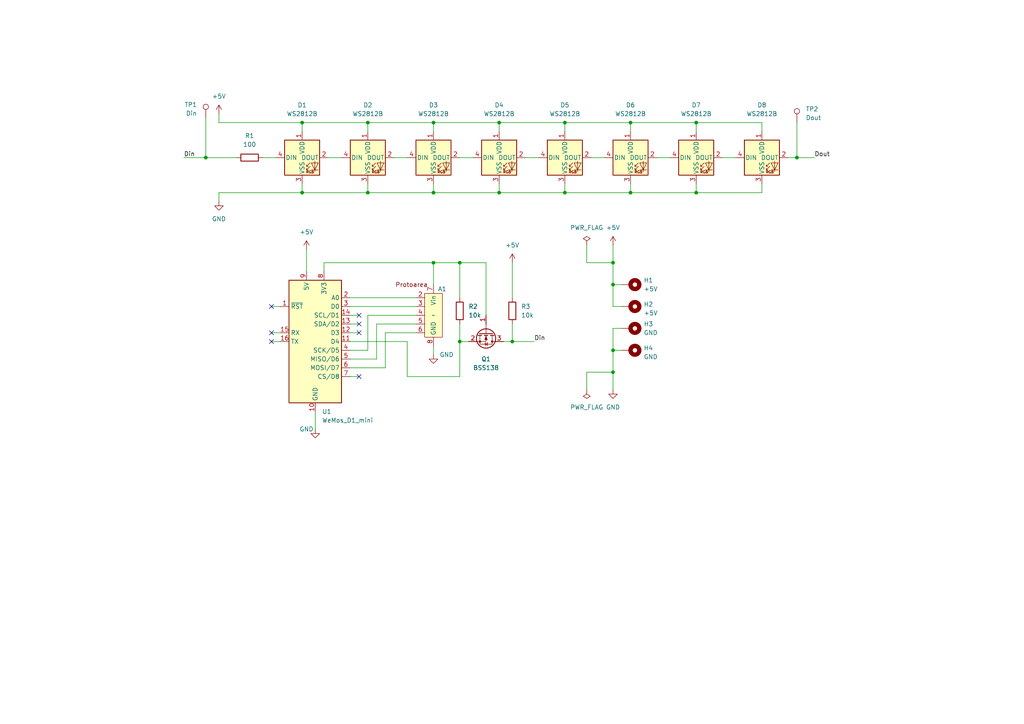
<source format=kicad_sch>
(kicad_sch (version 20230121) (generator eeschema)

  (uuid 4acc92b7-ae78-4f6f-8f1d-403b41b8ff51)

  (paper "A4")

  (lib_symbols
    (symbol "Connector:TestPoint" (pin_numbers hide) (pin_names (offset 0.762) hide) (in_bom yes) (on_board yes)
      (property "Reference" "TP" (at 0 6.858 0)
        (effects (font (size 1.27 1.27)))
      )
      (property "Value" "TestPoint" (at 0 5.08 0)
        (effects (font (size 1.27 1.27)))
      )
      (property "Footprint" "" (at 5.08 0 0)
        (effects (font (size 1.27 1.27)) hide)
      )
      (property "Datasheet" "~" (at 5.08 0 0)
        (effects (font (size 1.27 1.27)) hide)
      )
      (property "ki_keywords" "test point tp" (at 0 0 0)
        (effects (font (size 1.27 1.27)) hide)
      )
      (property "ki_description" "test point" (at 0 0 0)
        (effects (font (size 1.27 1.27)) hide)
      )
      (property "ki_fp_filters" "Pin* Test*" (at 0 0 0)
        (effects (font (size 1.27 1.27)) hide)
      )
      (symbol "TestPoint_0_1"
        (circle (center 0 3.302) (radius 0.762)
          (stroke (width 0) (type default))
          (fill (type none))
        )
      )
      (symbol "TestPoint_1_1"
        (pin passive line (at 0 0 90) (length 2.54)
          (name "1" (effects (font (size 1.27 1.27))))
          (number "1" (effects (font (size 1.27 1.27))))
        )
      )
    )
    (symbol "Device:R" (pin_numbers hide) (pin_names (offset 0)) (in_bom yes) (on_board yes)
      (property "Reference" "R" (at 2.032 0 90)
        (effects (font (size 1.27 1.27)))
      )
      (property "Value" "R" (at 0 0 90)
        (effects (font (size 1.27 1.27)))
      )
      (property "Footprint" "" (at -1.778 0 90)
        (effects (font (size 1.27 1.27)) hide)
      )
      (property "Datasheet" "~" (at 0 0 0)
        (effects (font (size 1.27 1.27)) hide)
      )
      (property "ki_keywords" "R res resistor" (at 0 0 0)
        (effects (font (size 1.27 1.27)) hide)
      )
      (property "ki_description" "Resistor" (at 0 0 0)
        (effects (font (size 1.27 1.27)) hide)
      )
      (property "ki_fp_filters" "R_*" (at 0 0 0)
        (effects (font (size 1.27 1.27)) hide)
      )
      (symbol "R_0_1"
        (rectangle (start -1.016 -2.54) (end 1.016 2.54)
          (stroke (width 0.254) (type default))
          (fill (type none))
        )
      )
      (symbol "R_1_1"
        (pin passive line (at 0 3.81 270) (length 1.27)
          (name "~" (effects (font (size 1.27 1.27))))
          (number "1" (effects (font (size 1.27 1.27))))
        )
        (pin passive line (at 0 -3.81 90) (length 1.27)
          (name "~" (effects (font (size 1.27 1.27))))
          (number "2" (effects (font (size 1.27 1.27))))
        )
      )
    )
    (symbol "LED:WS2812B" (pin_names (offset 0.254)) (in_bom yes) (on_board yes)
      (property "Reference" "D" (at 5.08 5.715 0)
        (effects (font (size 1.27 1.27)) (justify right bottom))
      )
      (property "Value" "WS2812B" (at 1.27 -5.715 0)
        (effects (font (size 1.27 1.27)) (justify left top))
      )
      (property "Footprint" "LED_SMD:LED_WS2812B_PLCC4_5.0x5.0mm_P3.2mm" (at 1.27 -7.62 0)
        (effects (font (size 1.27 1.27)) (justify left top) hide)
      )
      (property "Datasheet" "https://cdn-shop.adafruit.com/datasheets/WS2812B.pdf" (at 2.54 -9.525 0)
        (effects (font (size 1.27 1.27)) (justify left top) hide)
      )
      (property "ki_keywords" "RGB LED NeoPixel addressable" (at 0 0 0)
        (effects (font (size 1.27 1.27)) hide)
      )
      (property "ki_description" "RGB LED with integrated controller" (at 0 0 0)
        (effects (font (size 1.27 1.27)) hide)
      )
      (property "ki_fp_filters" "LED*WS2812*PLCC*5.0x5.0mm*P3.2mm*" (at 0 0 0)
        (effects (font (size 1.27 1.27)) hide)
      )
      (symbol "WS2812B_0_0"
        (text "RGB" (at 2.286 -4.191 0)
          (effects (font (size 0.762 0.762)))
        )
      )
      (symbol "WS2812B_0_1"
        (polyline
          (pts
            (xy 1.27 -3.556)
            (xy 1.778 -3.556)
          )
          (stroke (width 0) (type default))
          (fill (type none))
        )
        (polyline
          (pts
            (xy 1.27 -2.54)
            (xy 1.778 -2.54)
          )
          (stroke (width 0) (type default))
          (fill (type none))
        )
        (polyline
          (pts
            (xy 4.699 -3.556)
            (xy 2.667 -3.556)
          )
          (stroke (width 0) (type default))
          (fill (type none))
        )
        (polyline
          (pts
            (xy 2.286 -2.54)
            (xy 1.27 -3.556)
            (xy 1.27 -3.048)
          )
          (stroke (width 0) (type default))
          (fill (type none))
        )
        (polyline
          (pts
            (xy 2.286 -1.524)
            (xy 1.27 -2.54)
            (xy 1.27 -2.032)
          )
          (stroke (width 0) (type default))
          (fill (type none))
        )
        (polyline
          (pts
            (xy 3.683 -1.016)
            (xy 3.683 -3.556)
            (xy 3.683 -4.064)
          )
          (stroke (width 0) (type default))
          (fill (type none))
        )
        (polyline
          (pts
            (xy 4.699 -1.524)
            (xy 2.667 -1.524)
            (xy 3.683 -3.556)
            (xy 4.699 -1.524)
          )
          (stroke (width 0) (type default))
          (fill (type none))
        )
        (rectangle (start 5.08 5.08) (end -5.08 -5.08)
          (stroke (width 0.254) (type default))
          (fill (type background))
        )
      )
      (symbol "WS2812B_1_1"
        (pin power_in line (at 0 7.62 270) (length 2.54)
          (name "VDD" (effects (font (size 1.27 1.27))))
          (number "1" (effects (font (size 1.27 1.27))))
        )
        (pin output line (at 7.62 0 180) (length 2.54)
          (name "DOUT" (effects (font (size 1.27 1.27))))
          (number "2" (effects (font (size 1.27 1.27))))
        )
        (pin power_in line (at 0 -7.62 90) (length 2.54)
          (name "VSS" (effects (font (size 1.27 1.27))))
          (number "3" (effects (font (size 1.27 1.27))))
        )
        (pin input line (at -7.62 0 0) (length 2.54)
          (name "DIN" (effects (font (size 1.27 1.27))))
          (number "4" (effects (font (size 1.27 1.27))))
        )
      )
    )
    (symbol "MCU_Module:WeMos_D1_mini" (in_bom yes) (on_board yes)
      (property "Reference" "U" (at 3.81 19.05 0)
        (effects (font (size 1.27 1.27)) (justify left))
      )
      (property "Value" "WeMos_D1_mini" (at 1.27 -19.05 0)
        (effects (font (size 1.27 1.27)) (justify left))
      )
      (property "Footprint" "Module:WEMOS_D1_mini_light" (at 0 -29.21 0)
        (effects (font (size 1.27 1.27)) hide)
      )
      (property "Datasheet" "https://wiki.wemos.cc/products:d1:d1_mini#documentation" (at -46.99 -29.21 0)
        (effects (font (size 1.27 1.27)) hide)
      )
      (property "ki_keywords" "ESP8266 WiFi microcontroller ESP8266EX" (at 0 0 0)
        (effects (font (size 1.27 1.27)) hide)
      )
      (property "ki_description" "32-bit microcontroller module with WiFi" (at 0 0 0)
        (effects (font (size 1.27 1.27)) hide)
      )
      (property "ki_fp_filters" "WEMOS*D1*mini*" (at 0 0 0)
        (effects (font (size 1.27 1.27)) hide)
      )
      (symbol "WeMos_D1_mini_1_1"
        (rectangle (start -7.62 17.78) (end 7.62 -17.78)
          (stroke (width 0.254) (type default))
          (fill (type background))
        )
        (pin input line (at -10.16 10.16 0) (length 2.54)
          (name "~{RST}" (effects (font (size 1.27 1.27))))
          (number "1" (effects (font (size 1.27 1.27))))
        )
        (pin power_in line (at 0 -20.32 90) (length 2.54)
          (name "GND" (effects (font (size 1.27 1.27))))
          (number "10" (effects (font (size 1.27 1.27))))
        )
        (pin bidirectional line (at 10.16 0 180) (length 2.54)
          (name "D4" (effects (font (size 1.27 1.27))))
          (number "11" (effects (font (size 1.27 1.27))))
        )
        (pin bidirectional line (at 10.16 2.54 180) (length 2.54)
          (name "D3" (effects (font (size 1.27 1.27))))
          (number "12" (effects (font (size 1.27 1.27))))
        )
        (pin bidirectional line (at 10.16 5.08 180) (length 2.54)
          (name "SDA/D2" (effects (font (size 1.27 1.27))))
          (number "13" (effects (font (size 1.27 1.27))))
        )
        (pin bidirectional line (at 10.16 7.62 180) (length 2.54)
          (name "SCL/D1" (effects (font (size 1.27 1.27))))
          (number "14" (effects (font (size 1.27 1.27))))
        )
        (pin input line (at -10.16 2.54 0) (length 2.54)
          (name "RX" (effects (font (size 1.27 1.27))))
          (number "15" (effects (font (size 1.27 1.27))))
        )
        (pin output line (at -10.16 0 0) (length 2.54)
          (name "TX" (effects (font (size 1.27 1.27))))
          (number "16" (effects (font (size 1.27 1.27))))
        )
        (pin input line (at 10.16 12.7 180) (length 2.54)
          (name "A0" (effects (font (size 1.27 1.27))))
          (number "2" (effects (font (size 1.27 1.27))))
        )
        (pin bidirectional line (at 10.16 10.16 180) (length 2.54)
          (name "D0" (effects (font (size 1.27 1.27))))
          (number "3" (effects (font (size 1.27 1.27))))
        )
        (pin bidirectional line (at 10.16 -2.54 180) (length 2.54)
          (name "SCK/D5" (effects (font (size 1.27 1.27))))
          (number "4" (effects (font (size 1.27 1.27))))
        )
        (pin bidirectional line (at 10.16 -5.08 180) (length 2.54)
          (name "MISO/D6" (effects (font (size 1.27 1.27))))
          (number "5" (effects (font (size 1.27 1.27))))
        )
        (pin bidirectional line (at 10.16 -7.62 180) (length 2.54)
          (name "MOSI/D7" (effects (font (size 1.27 1.27))))
          (number "6" (effects (font (size 1.27 1.27))))
        )
        (pin bidirectional line (at 10.16 -10.16 180) (length 2.54)
          (name "CS/D8" (effects (font (size 1.27 1.27))))
          (number "7" (effects (font (size 1.27 1.27))))
        )
        (pin power_out line (at 2.54 20.32 270) (length 2.54)
          (name "3V3" (effects (font (size 1.27 1.27))))
          (number "8" (effects (font (size 1.27 1.27))))
        )
        (pin power_in line (at -2.54 20.32 270) (length 2.54)
          (name "5V" (effects (font (size 1.27 1.27))))
          (number "9" (effects (font (size 1.27 1.27))))
        )
      )
    )
    (symbol "Mechanical:MountingHole_Pad" (pin_numbers hide) (pin_names (offset 1.016) hide) (in_bom yes) (on_board yes)
      (property "Reference" "H" (at 0 6.35 0)
        (effects (font (size 1.27 1.27)))
      )
      (property "Value" "MountingHole_Pad" (at 0 4.445 0)
        (effects (font (size 1.27 1.27)))
      )
      (property "Footprint" "" (at 0 0 0)
        (effects (font (size 1.27 1.27)) hide)
      )
      (property "Datasheet" "~" (at 0 0 0)
        (effects (font (size 1.27 1.27)) hide)
      )
      (property "ki_keywords" "mounting hole" (at 0 0 0)
        (effects (font (size 1.27 1.27)) hide)
      )
      (property "ki_description" "Mounting Hole with connection" (at 0 0 0)
        (effects (font (size 1.27 1.27)) hide)
      )
      (property "ki_fp_filters" "MountingHole*Pad*" (at 0 0 0)
        (effects (font (size 1.27 1.27)) hide)
      )
      (symbol "MountingHole_Pad_0_1"
        (circle (center 0 1.27) (radius 1.27)
          (stroke (width 1.27) (type default))
          (fill (type none))
        )
      )
      (symbol "MountingHole_Pad_1_1"
        (pin input line (at 0 -2.54 90) (length 2.54)
          (name "1" (effects (font (size 1.27 1.27))))
          (number "1" (effects (font (size 1.27 1.27))))
        )
      )
    )
    (symbol "Protoarea:Protoarea" (in_bom yes) (on_board yes)
      (property "Reference" "A" (at 5.08 -2.54 0)
        (effects (font (size 1.27 1.27)))
      )
      (property "Value" "" (at 0 0 0)
        (effects (font (size 1.27 1.27)))
      )
      (property "Footprint" "" (at 0 0 0)
        (effects (font (size 1.27 1.27)) hide)
      )
      (property "Datasheet" "" (at 0 0 0)
        (effects (font (size 1.27 1.27)) hide)
      )
      (symbol "Protoarea_1_1"
        (rectangle (start -2.54 6.35) (end 2.54 -6.35)
          (stroke (width 0) (type default))
          (fill (type background))
        )
        (text "Protoarea" (at -6.35 8.89 0)
          (effects (font (size 1.27 1.27)))
        )
        (pin output line (at -5.08 5.08 0) (length 2.54)
          (name "" (effects (font (size 1.27 1.27))))
          (number "2" (effects (font (size 1.27 1.27))))
        )
        (pin input line (at -5.08 2.54 0) (length 2.54)
          (name "" (effects (font (size 1.27 1.27))))
          (number "3" (effects (font (size 1.27 1.27))))
        )
        (pin input line (at -5.08 0 0) (length 2.54)
          (name "" (effects (font (size 1.27 1.27))))
          (number "4" (effects (font (size 1.27 1.27))))
        )
        (pin input line (at -5.08 -2.54 0) (length 2.54)
          (name "" (effects (font (size 1.27 1.27))))
          (number "5" (effects (font (size 1.27 1.27))))
        )
        (pin input line (at -5.08 -5.08 0) (length 2.54)
          (name "" (effects (font (size 1.27 1.27))))
          (number "6" (effects (font (size 1.27 1.27))))
        )
        (pin power_in line (at 0 8.89 270) (length 2.54)
          (name "Vin" (effects (font (size 1.27 1.27))))
          (number "7" (effects (font (size 1.27 1.27))))
        )
        (pin power_in line (at 0 -8.89 90) (length 2.54)
          (name "GND" (effects (font (size 1.27 1.27))))
          (number "8" (effects (font (size 1.27 1.27))))
        )
      )
    )
    (symbol "Transistor_FET:BSS138" (pin_names hide) (in_bom yes) (on_board yes)
      (property "Reference" "Q" (at 5.08 1.905 0)
        (effects (font (size 1.27 1.27)) (justify left))
      )
      (property "Value" "BSS138" (at 5.08 0 0)
        (effects (font (size 1.27 1.27)) (justify left))
      )
      (property "Footprint" "Package_TO_SOT_SMD:SOT-23" (at 5.08 -1.905 0)
        (effects (font (size 1.27 1.27) italic) (justify left) hide)
      )
      (property "Datasheet" "https://www.onsemi.com/pub/Collateral/BSS138-D.PDF" (at 0 0 0)
        (effects (font (size 1.27 1.27)) (justify left) hide)
      )
      (property "ki_keywords" "N-Channel MOSFET" (at 0 0 0)
        (effects (font (size 1.27 1.27)) hide)
      )
      (property "ki_description" "50V Vds, 0.22A Id, N-Channel MOSFET, SOT-23" (at 0 0 0)
        (effects (font (size 1.27 1.27)) hide)
      )
      (property "ki_fp_filters" "SOT?23*" (at 0 0 0)
        (effects (font (size 1.27 1.27)) hide)
      )
      (symbol "BSS138_0_1"
        (polyline
          (pts
            (xy 0.254 0)
            (xy -2.54 0)
          )
          (stroke (width 0) (type default))
          (fill (type none))
        )
        (polyline
          (pts
            (xy 0.254 1.905)
            (xy 0.254 -1.905)
          )
          (stroke (width 0.254) (type default))
          (fill (type none))
        )
        (polyline
          (pts
            (xy 0.762 -1.27)
            (xy 0.762 -2.286)
          )
          (stroke (width 0.254) (type default))
          (fill (type none))
        )
        (polyline
          (pts
            (xy 0.762 0.508)
            (xy 0.762 -0.508)
          )
          (stroke (width 0.254) (type default))
          (fill (type none))
        )
        (polyline
          (pts
            (xy 0.762 2.286)
            (xy 0.762 1.27)
          )
          (stroke (width 0.254) (type default))
          (fill (type none))
        )
        (polyline
          (pts
            (xy 2.54 2.54)
            (xy 2.54 1.778)
          )
          (stroke (width 0) (type default))
          (fill (type none))
        )
        (polyline
          (pts
            (xy 2.54 -2.54)
            (xy 2.54 0)
            (xy 0.762 0)
          )
          (stroke (width 0) (type default))
          (fill (type none))
        )
        (polyline
          (pts
            (xy 0.762 -1.778)
            (xy 3.302 -1.778)
            (xy 3.302 1.778)
            (xy 0.762 1.778)
          )
          (stroke (width 0) (type default))
          (fill (type none))
        )
        (polyline
          (pts
            (xy 1.016 0)
            (xy 2.032 0.381)
            (xy 2.032 -0.381)
            (xy 1.016 0)
          )
          (stroke (width 0) (type default))
          (fill (type outline))
        )
        (polyline
          (pts
            (xy 2.794 0.508)
            (xy 2.921 0.381)
            (xy 3.683 0.381)
            (xy 3.81 0.254)
          )
          (stroke (width 0) (type default))
          (fill (type none))
        )
        (polyline
          (pts
            (xy 3.302 0.381)
            (xy 2.921 -0.254)
            (xy 3.683 -0.254)
            (xy 3.302 0.381)
          )
          (stroke (width 0) (type default))
          (fill (type none))
        )
        (circle (center 1.651 0) (radius 2.794)
          (stroke (width 0.254) (type default))
          (fill (type none))
        )
        (circle (center 2.54 -1.778) (radius 0.254)
          (stroke (width 0) (type default))
          (fill (type outline))
        )
        (circle (center 2.54 1.778) (radius 0.254)
          (stroke (width 0) (type default))
          (fill (type outline))
        )
      )
      (symbol "BSS138_1_1"
        (pin input line (at -5.08 0 0) (length 2.54)
          (name "G" (effects (font (size 1.27 1.27))))
          (number "1" (effects (font (size 1.27 1.27))))
        )
        (pin passive line (at 2.54 -5.08 90) (length 2.54)
          (name "S" (effects (font (size 1.27 1.27))))
          (number "2" (effects (font (size 1.27 1.27))))
        )
        (pin passive line (at 2.54 5.08 270) (length 2.54)
          (name "D" (effects (font (size 1.27 1.27))))
          (number "3" (effects (font (size 1.27 1.27))))
        )
      )
    )
    (symbol "power:+5V" (power) (pin_names (offset 0)) (in_bom yes) (on_board yes)
      (property "Reference" "#PWR" (at 0 -3.81 0)
        (effects (font (size 1.27 1.27)) hide)
      )
      (property "Value" "+5V" (at 0 3.556 0)
        (effects (font (size 1.27 1.27)))
      )
      (property "Footprint" "" (at 0 0 0)
        (effects (font (size 1.27 1.27)) hide)
      )
      (property "Datasheet" "" (at 0 0 0)
        (effects (font (size 1.27 1.27)) hide)
      )
      (property "ki_keywords" "global power" (at 0 0 0)
        (effects (font (size 1.27 1.27)) hide)
      )
      (property "ki_description" "Power symbol creates a global label with name \"+5V\"" (at 0 0 0)
        (effects (font (size 1.27 1.27)) hide)
      )
      (symbol "+5V_0_1"
        (polyline
          (pts
            (xy -0.762 1.27)
            (xy 0 2.54)
          )
          (stroke (width 0) (type default))
          (fill (type none))
        )
        (polyline
          (pts
            (xy 0 0)
            (xy 0 2.54)
          )
          (stroke (width 0) (type default))
          (fill (type none))
        )
        (polyline
          (pts
            (xy 0 2.54)
            (xy 0.762 1.27)
          )
          (stroke (width 0) (type default))
          (fill (type none))
        )
      )
      (symbol "+5V_1_1"
        (pin power_in line (at 0 0 90) (length 0) hide
          (name "+5V" (effects (font (size 1.27 1.27))))
          (number "1" (effects (font (size 1.27 1.27))))
        )
      )
    )
    (symbol "power:GND" (power) (pin_names (offset 0)) (in_bom yes) (on_board yes)
      (property "Reference" "#PWR" (at 0 -6.35 0)
        (effects (font (size 1.27 1.27)) hide)
      )
      (property "Value" "GND" (at 0 -3.81 0)
        (effects (font (size 1.27 1.27)))
      )
      (property "Footprint" "" (at 0 0 0)
        (effects (font (size 1.27 1.27)) hide)
      )
      (property "Datasheet" "" (at 0 0 0)
        (effects (font (size 1.27 1.27)) hide)
      )
      (property "ki_keywords" "global power" (at 0 0 0)
        (effects (font (size 1.27 1.27)) hide)
      )
      (property "ki_description" "Power symbol creates a global label with name \"GND\" , ground" (at 0 0 0)
        (effects (font (size 1.27 1.27)) hide)
      )
      (symbol "GND_0_1"
        (polyline
          (pts
            (xy 0 0)
            (xy 0 -1.27)
            (xy 1.27 -1.27)
            (xy 0 -2.54)
            (xy -1.27 -1.27)
            (xy 0 -1.27)
          )
          (stroke (width 0) (type default))
          (fill (type none))
        )
      )
      (symbol "GND_1_1"
        (pin power_in line (at 0 0 270) (length 0) hide
          (name "GND" (effects (font (size 1.27 1.27))))
          (number "1" (effects (font (size 1.27 1.27))))
        )
      )
    )
    (symbol "power:PWR_FLAG" (power) (pin_numbers hide) (pin_names (offset 0) hide) (in_bom yes) (on_board yes)
      (property "Reference" "#FLG" (at 0 1.905 0)
        (effects (font (size 1.27 1.27)) hide)
      )
      (property "Value" "PWR_FLAG" (at 0 3.81 0)
        (effects (font (size 1.27 1.27)))
      )
      (property "Footprint" "" (at 0 0 0)
        (effects (font (size 1.27 1.27)) hide)
      )
      (property "Datasheet" "~" (at 0 0 0)
        (effects (font (size 1.27 1.27)) hide)
      )
      (property "ki_keywords" "flag power" (at 0 0 0)
        (effects (font (size 1.27 1.27)) hide)
      )
      (property "ki_description" "Special symbol for telling ERC where power comes from" (at 0 0 0)
        (effects (font (size 1.27 1.27)) hide)
      )
      (symbol "PWR_FLAG_0_0"
        (pin power_out line (at 0 0 90) (length 0)
          (name "pwr" (effects (font (size 1.27 1.27))))
          (number "1" (effects (font (size 1.27 1.27))))
        )
      )
      (symbol "PWR_FLAG_0_1"
        (polyline
          (pts
            (xy 0 0)
            (xy 0 1.27)
            (xy -1.016 1.905)
            (xy 0 2.54)
            (xy 1.016 1.905)
            (xy 0 1.27)
          )
          (stroke (width 0) (type default))
          (fill (type none))
        )
      )
    )
  )

  (junction (at 201.93 55.88) (diameter 0) (color 0 0 0 0)
    (uuid 0c239121-d42d-4b99-88a6-c3e531fe0955)
  )
  (junction (at 177.8 107.95) (diameter 0) (color 0 0 0 0)
    (uuid 0f497200-dc19-428b-bacd-b455076a7708)
  )
  (junction (at 201.93 35.56) (diameter 0) (color 0 0 0 0)
    (uuid 23efd7b5-151a-4d21-8659-0bd6819d4c56)
  )
  (junction (at 163.83 55.88) (diameter 0) (color 0 0 0 0)
    (uuid 289a82c7-9ef0-4892-ba6b-d968d0d07c54)
  )
  (junction (at 144.78 35.56) (diameter 0) (color 0 0 0 0)
    (uuid 30029605-7e05-4619-a792-c33410095aec)
  )
  (junction (at 177.8 82.55) (diameter 0) (color 0 0 0 0)
    (uuid 322fcc5e-6d95-41ec-8318-08f644f4c752)
  )
  (junction (at 177.8 101.6) (diameter 0) (color 0 0 0 0)
    (uuid 33361cc4-8609-4db8-9cba-67f9f39e1474)
  )
  (junction (at 87.63 35.56) (diameter 0) (color 0 0 0 0)
    (uuid 4770dd13-60b6-4121-9aab-10dbfcfba706)
  )
  (junction (at 125.73 55.88) (diameter 0) (color 0 0 0 0)
    (uuid 5b6d4ca3-50c4-48c1-a208-329dfff9c3a4)
  )
  (junction (at 182.88 55.88) (diameter 0) (color 0 0 0 0)
    (uuid 641ebc26-6b00-4fce-a366-a402571229a1)
  )
  (junction (at 106.68 55.88) (diameter 0) (color 0 0 0 0)
    (uuid 8477ca20-b77f-46fa-be9c-8db98be87379)
  )
  (junction (at 144.78 55.88) (diameter 0) (color 0 0 0 0)
    (uuid 85b8ae6f-1041-4559-9217-ad8bf96cec3a)
  )
  (junction (at 87.63 55.88) (diameter 0) (color 0 0 0 0)
    (uuid 93fe26a1-31f6-49f5-8461-5cb15f15b137)
  )
  (junction (at 148.59 99.06) (diameter 0) (color 0 0 0 0)
    (uuid b350909b-2c0d-4bf4-a7d9-275ac9a9dc05)
  )
  (junction (at 133.35 99.06) (diameter 0) (color 0 0 0 0)
    (uuid bbecba21-e317-4afe-91c5-a1e8518bbce8)
  )
  (junction (at 177.8 76.2) (diameter 0) (color 0 0 0 0)
    (uuid c651a1d0-5c41-4f9f-b818-2aa36e5e0e48)
  )
  (junction (at 163.83 35.56) (diameter 0) (color 0 0 0 0)
    (uuid cb1dcfd3-fcd2-4ac0-85f2-1a366bce6108)
  )
  (junction (at 231.14 45.72) (diameter 0) (color 0 0 0 0)
    (uuid d66a17ca-d88c-41cc-a958-891541cbf5b7)
  )
  (junction (at 133.35 76.2) (diameter 0) (color 0 0 0 0)
    (uuid e2f74823-07a0-4d59-b622-9bf2e3e5650e)
  )
  (junction (at 125.73 76.2) (diameter 0) (color 0 0 0 0)
    (uuid e63587ee-fde5-4ca1-aa71-7ca9c2b5bc72)
  )
  (junction (at 106.68 35.56) (diameter 0) (color 0 0 0 0)
    (uuid ee315d76-898e-4936-9361-baf554a20d44)
  )
  (junction (at 182.88 35.56) (diameter 0) (color 0 0 0 0)
    (uuid eff5261c-4781-438a-abbe-7b7da2857ad2)
  )
  (junction (at 59.69 45.72) (diameter 0) (color 0 0 0 0)
    (uuid f8a2e5a8-da17-456b-9b19-2699db64bdae)
  )
  (junction (at 125.73 35.56) (diameter 0) (color 0 0 0 0)
    (uuid ff268e9f-5f5a-4365-a69c-76f4626ada92)
  )

  (no_connect (at 104.14 96.52) (uuid 07dc2ae2-ed66-4de5-aa8e-cb786f76ca5e))
  (no_connect (at 78.74 96.52) (uuid 2523e361-a525-423c-a933-264080042413))
  (no_connect (at 104.14 91.44) (uuid 2cbdcff9-342b-42bf-9091-58290c060f16))
  (no_connect (at 104.14 109.22) (uuid 51501653-d49c-4520-8737-50e5c3503a35))
  (no_connect (at 78.74 88.9) (uuid 59f51e5b-d1b7-418a-bbbe-2dd5ff1c2494))
  (no_connect (at 78.74 99.06) (uuid e3f6e519-f773-4bff-ad99-1eea0d5e9020))
  (no_connect (at 104.14 93.98) (uuid fa2b3b45-1656-4136-8751-5d2bff770772))

  (wire (pts (xy 101.6 96.52) (xy 104.14 96.52))
    (stroke (width 0) (type default))
    (uuid 046675f9-7c31-47cc-898f-1c8e98facfa6)
  )
  (wire (pts (xy 146.05 99.06) (xy 148.59 99.06))
    (stroke (width 0) (type default))
    (uuid 07f9b311-df87-4411-bb2e-9e4e41e996d8)
  )
  (wire (pts (xy 106.68 35.56) (xy 106.68 38.1))
    (stroke (width 0) (type default))
    (uuid 0a0eccb7-875c-46c0-95c0-5fc31c371110)
  )
  (wire (pts (xy 177.8 71.12) (xy 177.8 76.2))
    (stroke (width 0) (type default))
    (uuid 0a95e842-b441-4d8e-8b6d-2f23c6a34e95)
  )
  (wire (pts (xy 170.18 107.95) (xy 177.8 107.95))
    (stroke (width 0) (type default))
    (uuid 0d3e87c0-8ff4-48ca-9fe3-dd25d3c92c45)
  )
  (wire (pts (xy 182.88 35.56) (xy 201.93 35.56))
    (stroke (width 0) (type default))
    (uuid 0e8f6722-a01e-4f24-bc31-ebea142e881b)
  )
  (wire (pts (xy 220.98 35.56) (xy 220.98 38.1))
    (stroke (width 0) (type default))
    (uuid 105a44a6-8fb8-469c-b042-f4446929b6a6)
  )
  (wire (pts (xy 118.11 109.22) (xy 133.35 109.22))
    (stroke (width 0) (type default))
    (uuid 1de3f51f-db46-4a08-993c-099ec9b3c146)
  )
  (wire (pts (xy 87.63 53.34) (xy 87.63 55.88))
    (stroke (width 0) (type default))
    (uuid 1e474e47-7ae2-4e3d-888c-0bbd996cfa6d)
  )
  (wire (pts (xy 177.8 76.2) (xy 177.8 82.55))
    (stroke (width 0) (type default))
    (uuid 216602f6-6f57-42ac-8795-18270d99f53c)
  )
  (wire (pts (xy 177.8 82.55) (xy 180.34 82.55))
    (stroke (width 0) (type default))
    (uuid 26851aa7-df75-4621-8cf3-7d651f8f1c5b)
  )
  (wire (pts (xy 93.98 78.74) (xy 93.98 76.2))
    (stroke (width 0) (type default))
    (uuid 27fe0dc8-3b39-44d0-983f-7abd1ea04621)
  )
  (wire (pts (xy 88.9 72.39) (xy 88.9 78.74))
    (stroke (width 0) (type default))
    (uuid 284daea3-2e25-4f35-bd73-c81fd9c714a4)
  )
  (wire (pts (xy 63.5 55.88) (xy 87.63 55.88))
    (stroke (width 0) (type default))
    (uuid 2985c9b4-80cf-4c17-8141-2c77e4666637)
  )
  (wire (pts (xy 177.8 82.55) (xy 177.8 88.9))
    (stroke (width 0) (type default))
    (uuid 2b6049ea-647b-48af-bf19-4d395b1f3b4d)
  )
  (wire (pts (xy 182.88 35.56) (xy 182.88 38.1))
    (stroke (width 0) (type default))
    (uuid 2bd70011-d306-4c13-89f9-446348bd3e4b)
  )
  (wire (pts (xy 163.83 55.88) (xy 144.78 55.88))
    (stroke (width 0) (type default))
    (uuid 2f7f4310-a212-485e-a88e-2bcfbcbbe25f)
  )
  (wire (pts (xy 140.97 76.2) (xy 140.97 91.44))
    (stroke (width 0) (type default))
    (uuid 2fe5a801-3c26-47df-9018-14e0fcb78123)
  )
  (wire (pts (xy 190.5 45.72) (xy 194.31 45.72))
    (stroke (width 0) (type default))
    (uuid 30f494dd-0703-48d1-9465-b861af26220c)
  )
  (wire (pts (xy 78.74 99.06) (xy 81.28 99.06))
    (stroke (width 0) (type default))
    (uuid 31c44fb7-f0c7-4cfb-b4e3-83f2cf769730)
  )
  (wire (pts (xy 111.76 106.68) (xy 111.76 96.52))
    (stroke (width 0) (type default))
    (uuid 31dfe25c-4c99-439a-a1fa-4c9f224b3891)
  )
  (wire (pts (xy 231.14 35.56) (xy 231.14 45.72))
    (stroke (width 0) (type default))
    (uuid 3547c6c7-a7da-4d47-b18c-a061a6fd4867)
  )
  (wire (pts (xy 53.34 45.72) (xy 59.69 45.72))
    (stroke (width 0) (type default))
    (uuid 35d4ef5b-230d-4577-a2dc-869aceedb6f3)
  )
  (wire (pts (xy 163.83 53.34) (xy 163.83 55.88))
    (stroke (width 0) (type default))
    (uuid 37df230a-9309-436a-82b5-2b6a6ee1f3cd)
  )
  (wire (pts (xy 109.22 104.14) (xy 109.22 93.98))
    (stroke (width 0) (type default))
    (uuid 3afc114f-8655-4d93-a550-6a5a697f2b7b)
  )
  (wire (pts (xy 106.68 91.44) (xy 106.68 101.6))
    (stroke (width 0) (type default))
    (uuid 3bb99c69-3922-435f-bbad-de23530ad408)
  )
  (wire (pts (xy 220.98 55.88) (xy 201.93 55.88))
    (stroke (width 0) (type default))
    (uuid 3e058970-57eb-4d59-91b4-a38ae070970b)
  )
  (wire (pts (xy 111.76 96.52) (xy 120.65 96.52))
    (stroke (width 0) (type default))
    (uuid 421ba580-f157-4557-9f89-291755f6e7a1)
  )
  (wire (pts (xy 109.22 93.98) (xy 120.65 93.98))
    (stroke (width 0) (type default))
    (uuid 42d77c84-80d9-421a-b208-fdea184390cb)
  )
  (wire (pts (xy 125.73 53.34) (xy 125.73 55.88))
    (stroke (width 0) (type default))
    (uuid 4677d7ff-687e-4074-8238-06548f4567e2)
  )
  (wire (pts (xy 125.73 35.56) (xy 144.78 35.56))
    (stroke (width 0) (type default))
    (uuid 48c1e999-f25d-4d66-8e7e-7a1f9583369a)
  )
  (wire (pts (xy 177.8 95.25) (xy 180.34 95.25))
    (stroke (width 0) (type default))
    (uuid 51ea725b-29a6-431f-852d-5e819b655767)
  )
  (wire (pts (xy 231.14 45.72) (xy 236.22 45.72))
    (stroke (width 0) (type default))
    (uuid 53c052fe-4b8c-4375-bc09-ce3e24f644b2)
  )
  (wire (pts (xy 133.35 76.2) (xy 140.97 76.2))
    (stroke (width 0) (type default))
    (uuid 5782d184-c904-41a2-9533-68fd64c81bca)
  )
  (wire (pts (xy 101.6 88.9) (xy 120.65 88.9))
    (stroke (width 0) (type default))
    (uuid 5b819ae7-3258-4328-a7b0-32eaa171f27e)
  )
  (wire (pts (xy 152.4 45.72) (xy 156.21 45.72))
    (stroke (width 0) (type default))
    (uuid 60731e24-7d0e-4db6-ab47-9162a78de3ed)
  )
  (wire (pts (xy 144.78 35.56) (xy 163.83 35.56))
    (stroke (width 0) (type default))
    (uuid 6559e8d4-0c82-4d4e-a2e2-1b9eb562de62)
  )
  (wire (pts (xy 209.55 45.72) (xy 213.36 45.72))
    (stroke (width 0) (type default))
    (uuid 6754e43e-111d-4ef7-b6d5-17374990894a)
  )
  (wire (pts (xy 87.63 38.1) (xy 87.63 35.56))
    (stroke (width 0) (type default))
    (uuid 6882e725-7d8a-4188-90cf-2f1b73cf01dd)
  )
  (wire (pts (xy 114.3 45.72) (xy 118.11 45.72))
    (stroke (width 0) (type default))
    (uuid 68e7be55-c0bf-42f3-863a-3df470853b15)
  )
  (wire (pts (xy 170.18 71.12) (xy 170.18 76.2))
    (stroke (width 0) (type default))
    (uuid 703391c4-2f12-467f-a5c0-34caf8c5bb6a)
  )
  (wire (pts (xy 106.68 53.34) (xy 106.68 55.88))
    (stroke (width 0) (type default))
    (uuid 728aef9f-4c91-4b6c-839e-ccc3b72f96aa)
  )
  (wire (pts (xy 170.18 113.03) (xy 170.18 107.95))
    (stroke (width 0) (type default))
    (uuid 763d257c-904a-44af-b322-9fd21d0a5325)
  )
  (wire (pts (xy 101.6 101.6) (xy 106.68 101.6))
    (stroke (width 0) (type default))
    (uuid 777ac513-c6b5-4b64-ab8d-9af13b6e0646)
  )
  (wire (pts (xy 101.6 86.36) (xy 120.65 86.36))
    (stroke (width 0) (type default))
    (uuid 7b20df62-0c60-4969-93ab-f551c0de4a79)
  )
  (wire (pts (xy 177.8 88.9) (xy 180.34 88.9))
    (stroke (width 0) (type default))
    (uuid 7d4c569c-5ece-408b-8823-10cd0598b584)
  )
  (wire (pts (xy 125.73 100.33) (xy 125.73 102.87))
    (stroke (width 0) (type default))
    (uuid 7d5577d2-0e5b-4237-9b5b-39573093cf3e)
  )
  (wire (pts (xy 106.68 35.56) (xy 125.73 35.56))
    (stroke (width 0) (type default))
    (uuid 80667cd0-3827-4faa-b6c5-89ae34d76659)
  )
  (wire (pts (xy 201.93 55.88) (xy 182.88 55.88))
    (stroke (width 0) (type default))
    (uuid 8ad0dabe-3107-42fa-b233-7c2b5ed50e2d)
  )
  (wire (pts (xy 63.5 58.42) (xy 63.5 55.88))
    (stroke (width 0) (type default))
    (uuid 8b5cb379-9511-4d4b-a051-f92856ebb80b)
  )
  (wire (pts (xy 106.68 55.88) (xy 87.63 55.88))
    (stroke (width 0) (type default))
    (uuid 8e77476e-4e9a-44a5-92c1-44509950347d)
  )
  (wire (pts (xy 163.83 35.56) (xy 182.88 35.56))
    (stroke (width 0) (type default))
    (uuid 9075c8f7-f33c-41b2-95cd-c1e31fa25d60)
  )
  (wire (pts (xy 171.45 45.72) (xy 175.26 45.72))
    (stroke (width 0) (type default))
    (uuid 9193c3be-f724-4358-986d-b525600061cb)
  )
  (wire (pts (xy 101.6 104.14) (xy 109.22 104.14))
    (stroke (width 0) (type default))
    (uuid 91dc99da-d36b-4be9-9223-ee7ec66480a5)
  )
  (wire (pts (xy 148.59 99.06) (xy 154.94 99.06))
    (stroke (width 0) (type default))
    (uuid 92602e85-33bb-4e9a-acca-38211c365b16)
  )
  (wire (pts (xy 93.98 76.2) (xy 125.73 76.2))
    (stroke (width 0) (type default))
    (uuid 950d3bcd-e33d-4c60-9a25-d54e79e80815)
  )
  (wire (pts (xy 118.11 99.06) (xy 118.11 109.22))
    (stroke (width 0) (type default))
    (uuid 9630292e-c5c4-44e2-bf73-3c5a55ad1258)
  )
  (wire (pts (xy 177.8 107.95) (xy 177.8 101.6))
    (stroke (width 0) (type default))
    (uuid 9a1b5323-dbb3-46f4-bcc9-ec4d6ae9bf7e)
  )
  (wire (pts (xy 170.18 76.2) (xy 177.8 76.2))
    (stroke (width 0) (type default))
    (uuid 9b45679c-1758-4107-a8fc-539ddc212e7f)
  )
  (wire (pts (xy 101.6 106.68) (xy 111.76 106.68))
    (stroke (width 0) (type default))
    (uuid 9f3dc013-d6ba-42d8-a57e-cd6be3652db8)
  )
  (wire (pts (xy 125.73 55.88) (xy 106.68 55.88))
    (stroke (width 0) (type default))
    (uuid 9fc1f7cb-fec8-45b8-ba1f-a3f0d351e4d4)
  )
  (wire (pts (xy 133.35 109.22) (xy 133.35 99.06))
    (stroke (width 0) (type default))
    (uuid a2d8e864-f3d7-46ac-a3a9-bf58015e8557)
  )
  (wire (pts (xy 133.35 76.2) (xy 133.35 86.36))
    (stroke (width 0) (type default))
    (uuid a341383e-7fff-43ee-b180-f2fa76acb31b)
  )
  (wire (pts (xy 144.78 35.56) (xy 144.78 38.1))
    (stroke (width 0) (type default))
    (uuid aaf20a47-3425-4c3c-a807-388d402fc2df)
  )
  (wire (pts (xy 148.59 76.2) (xy 148.59 86.36))
    (stroke (width 0) (type default))
    (uuid ace6e5fd-3291-495a-9281-def111e27ab0)
  )
  (wire (pts (xy 125.73 76.2) (xy 133.35 76.2))
    (stroke (width 0) (type default))
    (uuid ae025a47-402a-4e0b-85ff-b6ebd4f503f6)
  )
  (wire (pts (xy 228.6 45.72) (xy 231.14 45.72))
    (stroke (width 0) (type default))
    (uuid b0ec03dd-2466-4af0-bb08-11ba16b4dba9)
  )
  (wire (pts (xy 101.6 99.06) (xy 118.11 99.06))
    (stroke (width 0) (type default))
    (uuid b26c6e2f-a19a-4e75-b189-44d0beb42203)
  )
  (wire (pts (xy 59.69 45.72) (xy 68.58 45.72))
    (stroke (width 0) (type default))
    (uuid b4afd871-17f6-4983-9ffe-c42b4d058811)
  )
  (wire (pts (xy 201.93 35.56) (xy 201.93 38.1))
    (stroke (width 0) (type default))
    (uuid bb59bd07-2774-448e-a3eb-37a61cde3e1a)
  )
  (wire (pts (xy 182.88 55.88) (xy 163.83 55.88))
    (stroke (width 0) (type default))
    (uuid bde0170b-d421-4146-bfc2-7cc9ede8f6a3)
  )
  (wire (pts (xy 201.93 35.56) (xy 220.98 35.56))
    (stroke (width 0) (type default))
    (uuid bec8ccd1-d593-4c42-8cec-ff31a24dc7be)
  )
  (wire (pts (xy 182.88 53.34) (xy 182.88 55.88))
    (stroke (width 0) (type default))
    (uuid c19d9085-bbc8-4c91-9c15-1756d5edb812)
  )
  (wire (pts (xy 78.74 88.9) (xy 81.28 88.9))
    (stroke (width 0) (type default))
    (uuid c30e9daa-dbad-4ba2-9291-8c8a7af86295)
  )
  (wire (pts (xy 133.35 93.98) (xy 133.35 99.06))
    (stroke (width 0) (type default))
    (uuid c48f4593-ba0c-455d-9509-a38a6d93ecba)
  )
  (wire (pts (xy 177.8 101.6) (xy 180.34 101.6))
    (stroke (width 0) (type default))
    (uuid c51d6908-61c1-4533-807c-88ab2f6198ed)
  )
  (wire (pts (xy 106.68 91.44) (xy 120.65 91.44))
    (stroke (width 0) (type default))
    (uuid c5a6a038-ef0b-4abe-9f12-0fb46ef71948)
  )
  (wire (pts (xy 78.74 96.52) (xy 81.28 96.52))
    (stroke (width 0) (type default))
    (uuid ca12939a-d594-440f-a4c0-2dba23bc4256)
  )
  (wire (pts (xy 59.69 34.29) (xy 59.69 45.72))
    (stroke (width 0) (type default))
    (uuid cdba885d-3a6d-4ab7-ace7-f53645ea0bef)
  )
  (wire (pts (xy 87.63 35.56) (xy 106.68 35.56))
    (stroke (width 0) (type default))
    (uuid ce5ec6f4-2c6f-4e60-9c28-a3d6e78969c5)
  )
  (wire (pts (xy 148.59 93.98) (xy 148.59 99.06))
    (stroke (width 0) (type default))
    (uuid cef6fe8a-a28f-4db1-950e-d7dd00f4d522)
  )
  (wire (pts (xy 101.6 109.22) (xy 104.14 109.22))
    (stroke (width 0) (type default))
    (uuid cf494bd5-d8aa-47b7-8416-5ceefcc32633)
  )
  (wire (pts (xy 63.5 33.02) (xy 63.5 35.56))
    (stroke (width 0) (type default))
    (uuid d4227392-9726-47af-bf97-fd637a420987)
  )
  (wire (pts (xy 177.8 101.6) (xy 177.8 95.25))
    (stroke (width 0) (type default))
    (uuid d61cd39e-5313-4300-a639-5934a56ea5e1)
  )
  (wire (pts (xy 95.25 45.72) (xy 99.06 45.72))
    (stroke (width 0) (type default))
    (uuid d85c9653-d4cc-4e42-a9cf-fe6cebb6efb2)
  )
  (wire (pts (xy 177.8 107.95) (xy 177.8 113.03))
    (stroke (width 0) (type default))
    (uuid d8cb3e7d-f50b-4180-ae38-062866a85151)
  )
  (wire (pts (xy 63.5 35.56) (xy 87.63 35.56))
    (stroke (width 0) (type default))
    (uuid d9497434-005f-4ce6-8c02-02b4492ba91f)
  )
  (wire (pts (xy 133.35 99.06) (xy 135.89 99.06))
    (stroke (width 0) (type default))
    (uuid dd9f2165-db82-47d6-b92d-9f4d9a61f1a1)
  )
  (wire (pts (xy 201.93 53.34) (xy 201.93 55.88))
    (stroke (width 0) (type default))
    (uuid defffddd-f0c2-49ef-8e0d-54fe957cfa61)
  )
  (wire (pts (xy 101.6 91.44) (xy 104.14 91.44))
    (stroke (width 0) (type default))
    (uuid df2cc646-2b33-4d24-8c19-c8eb6ff8849d)
  )
  (wire (pts (xy 91.44 119.38) (xy 91.44 124.46))
    (stroke (width 0) (type default))
    (uuid e07c45fb-0f9c-434e-983b-c899b56d81de)
  )
  (wire (pts (xy 144.78 55.88) (xy 125.73 55.88))
    (stroke (width 0) (type default))
    (uuid e0a25643-f10c-48f2-883b-5c79c1ed6fd7)
  )
  (wire (pts (xy 163.83 35.56) (xy 163.83 38.1))
    (stroke (width 0) (type default))
    (uuid e4383431-451f-4f79-93d0-00dcfcf7b9a1)
  )
  (wire (pts (xy 133.35 45.72) (xy 137.16 45.72))
    (stroke (width 0) (type default))
    (uuid eddf5db6-2537-4fc1-9922-54739109d794)
  )
  (wire (pts (xy 101.6 93.98) (xy 104.14 93.98))
    (stroke (width 0) (type default))
    (uuid f0cd48bb-4a29-4115-8f1f-a312fe359cae)
  )
  (wire (pts (xy 144.78 53.34) (xy 144.78 55.88))
    (stroke (width 0) (type default))
    (uuid f259beaa-5bf6-4514-8d33-46baab92ab5a)
  )
  (wire (pts (xy 220.98 53.34) (xy 220.98 55.88))
    (stroke (width 0) (type default))
    (uuid f9076eb3-8929-488a-91fa-a28efc1d8766)
  )
  (wire (pts (xy 125.73 76.2) (xy 125.73 82.55))
    (stroke (width 0) (type default))
    (uuid fd031e9b-5bf4-4ea1-a46e-b8b72a6a32fc)
  )
  (wire (pts (xy 76.2 45.72) (xy 80.01 45.72))
    (stroke (width 0) (type default))
    (uuid fde38e1b-0c2c-4873-8bab-03b76ba332e2)
  )
  (wire (pts (xy 125.73 35.56) (xy 125.73 38.1))
    (stroke (width 0) (type default))
    (uuid ff95aa40-6470-40d1-8bd5-09a6e150383e)
  )

  (label "Din" (at 53.34 45.72 0) (fields_autoplaced)
    (effects (font (size 1.27 1.27)) (justify left bottom))
    (uuid 160719a2-cbf2-4775-8e23-eb5f5e499584)
  )
  (label "Din" (at 154.94 99.06 0) (fields_autoplaced)
    (effects (font (size 1.27 1.27)) (justify left bottom))
    (uuid 2d1d607a-f274-45eb-97b1-8cb91e3b1ca7)
  )
  (label "Dout" (at 236.22 45.72 0) (fields_autoplaced)
    (effects (font (size 1.27 1.27)) (justify left bottom))
    (uuid 8fe46541-4d05-4a15-b38f-6af270140b05)
  )

  (symbol (lib_id "Device:R") (at 133.35 90.17 0) (unit 1)
    (in_bom yes) (on_board yes) (dnp no) (fields_autoplaced)
    (uuid 01d70d43-80a4-4629-aa43-742717529d5e)
    (property "Reference" "R2" (at 135.89 88.9 0)
      (effects (font (size 1.27 1.27)) (justify left))
    )
    (property "Value" "10k" (at 135.89 91.44 0)
      (effects (font (size 1.27 1.27)) (justify left))
    )
    (property "Footprint" "R_combi:1206_combi_handsolder" (at 131.572 90.17 90)
      (effects (font (size 1.27 1.27)) hide)
    )
    (property "Datasheet" "~" (at 133.35 90.17 0)
      (effects (font (size 1.27 1.27)) hide)
    )
    (pin "1" (uuid af3d50fc-84bb-4a13-89ee-d61be52408ca))
    (pin "2" (uuid 7e8b3502-933b-47f4-a2d6-4a1d53e0bd82))
    (instances
      (project "Coaster_0.1"
        (path "/4acc92b7-ae78-4f6f-8f1d-403b41b8ff51"
          (reference "R2") (unit 1)
        )
      )
    )
  )

  (symbol (lib_id "power:+5V") (at 88.9 72.39 0) (unit 1)
    (in_bom yes) (on_board yes) (dnp no) (fields_autoplaced)
    (uuid 0414942c-72f2-414f-a4c3-4bf4e1e98986)
    (property "Reference" "#PWR03" (at 88.9 76.2 0)
      (effects (font (size 1.27 1.27)) hide)
    )
    (property "Value" "+5V" (at 88.9 67.31 0)
      (effects (font (size 1.27 1.27)))
    )
    (property "Footprint" "" (at 88.9 72.39 0)
      (effects (font (size 1.27 1.27)) hide)
    )
    (property "Datasheet" "" (at 88.9 72.39 0)
      (effects (font (size 1.27 1.27)) hide)
    )
    (pin "1" (uuid b45e32e4-babe-4493-96ec-9f255cf72b12))
    (instances
      (project "Coaster_0.1"
        (path "/4acc92b7-ae78-4f6f-8f1d-403b41b8ff51"
          (reference "#PWR03") (unit 1)
        )
      )
    )
  )

  (symbol (lib_id "Mechanical:MountingHole_Pad") (at 182.88 95.25 270) (unit 1)
    (in_bom yes) (on_board yes) (dnp no)
    (uuid 0fc7e913-8f1e-424a-86dc-81f86464fb10)
    (property "Reference" "H3" (at 186.69 93.98 90)
      (effects (font (size 1.27 1.27)) (justify left))
    )
    (property "Value" "GND" (at 186.69 96.52 90)
      (effects (font (size 1.27 1.27)) (justify left))
    )
    (property "Footprint" "MountingHole:MountingHole_3.2mm_M3_DIN965_Pad" (at 182.88 95.25 0)
      (effects (font (size 1.27 1.27)) hide)
    )
    (property "Datasheet" "~" (at 182.88 95.25 0)
      (effects (font (size 1.27 1.27)) hide)
    )
    (pin "1" (uuid 957c3c90-9f13-4bd7-86b0-9c7d0868a550))
    (instances
      (project "Coaster_0.1"
        (path "/4acc92b7-ae78-4f6f-8f1d-403b41b8ff51"
          (reference "H3") (unit 1)
        )
      )
    )
  )

  (symbol (lib_id "power:+5V") (at 148.59 76.2 0) (unit 1)
    (in_bom yes) (on_board yes) (dnp no) (fields_autoplaced)
    (uuid 1619038a-dbe8-4449-8f7c-c0143dcd9d1c)
    (property "Reference" "#PWR07" (at 148.59 80.01 0)
      (effects (font (size 1.27 1.27)) hide)
    )
    (property "Value" "+5V" (at 148.59 71.12 0)
      (effects (font (size 1.27 1.27)))
    )
    (property "Footprint" "" (at 148.59 76.2 0)
      (effects (font (size 1.27 1.27)) hide)
    )
    (property "Datasheet" "" (at 148.59 76.2 0)
      (effects (font (size 1.27 1.27)) hide)
    )
    (pin "1" (uuid 0d6a3f80-bb48-4d58-bfed-1bb11b9535b0))
    (instances
      (project "Coaster_0.1"
        (path "/4acc92b7-ae78-4f6f-8f1d-403b41b8ff51"
          (reference "#PWR07") (unit 1)
        )
      )
    )
  )

  (symbol (lib_id "LED:WS2812B") (at 125.73 45.72 0) (unit 1)
    (in_bom yes) (on_board yes) (dnp no)
    (uuid 1d4dad94-1e68-4e5e-b286-6710799e92a6)
    (property "Reference" "D3" (at 125.73 30.48 0)
      (effects (font (size 1.27 1.27)))
    )
    (property "Value" "WS2812B" (at 125.73 33.02 0)
      (effects (font (size 1.27 1.27)))
    )
    (property "Footprint" "WS2812_THT:WS2812_THT" (at 127 53.34 0)
      (effects (font (size 1.27 1.27)) (justify left top) hide)
    )
    (property "Datasheet" "https://cdn-shop.adafruit.com/datasheets/WS2812B.pdf" (at 128.27 55.245 0)
      (effects (font (size 1.27 1.27)) (justify left top) hide)
    )
    (pin "1" (uuid 1c900996-67f1-4f26-8e0e-334af08c9104))
    (pin "2" (uuid 8c8fff03-0803-4646-a277-2cf8e1f7137f))
    (pin "3" (uuid 99b126d5-b7d4-45c1-8ad9-4e522cb81fa7))
    (pin "4" (uuid 8f825dda-179d-44a1-b642-237a16693eac))
    (instances
      (project "Coaster_0.1"
        (path "/4acc92b7-ae78-4f6f-8f1d-403b41b8ff51"
          (reference "D3") (unit 1)
        )
      )
    )
  )

  (symbol (lib_id "Device:R") (at 72.39 45.72 90) (unit 1)
    (in_bom yes) (on_board yes) (dnp no) (fields_autoplaced)
    (uuid 2268e073-46ab-4678-8e9c-97f37337d866)
    (property "Reference" "R1" (at 72.39 39.37 90)
      (effects (font (size 1.27 1.27)))
    )
    (property "Value" "100" (at 72.39 41.91 90)
      (effects (font (size 1.27 1.27)))
    )
    (property "Footprint" "R_combi:1206_combi_handsolder" (at 72.39 47.498 90)
      (effects (font (size 1.27 1.27)) hide)
    )
    (property "Datasheet" "~" (at 72.39 45.72 0)
      (effects (font (size 1.27 1.27)) hide)
    )
    (pin "1" (uuid 64e52002-d9d6-4293-b865-b04fa8dfb995))
    (pin "2" (uuid 30075e14-7ebe-4a32-b161-96e0a7087324))
    (instances
      (project "Coaster_0.1"
        (path "/4acc92b7-ae78-4f6f-8f1d-403b41b8ff51"
          (reference "R1") (unit 1)
        )
      )
    )
  )

  (symbol (lib_id "LED:WS2812B") (at 144.78 45.72 0) (unit 1)
    (in_bom yes) (on_board yes) (dnp no)
    (uuid 22de5e9d-fcec-4220-a5e3-af821bd632c8)
    (property "Reference" "D4" (at 144.78 30.48 0)
      (effects (font (size 1.27 1.27)))
    )
    (property "Value" "WS2812B" (at 144.78 33.02 0)
      (effects (font (size 1.27 1.27)))
    )
    (property "Footprint" "WS2812_THT:WS2812_THT" (at 146.05 53.34 0)
      (effects (font (size 1.27 1.27)) (justify left top) hide)
    )
    (property "Datasheet" "https://cdn-shop.adafruit.com/datasheets/WS2812B.pdf" (at 147.32 55.245 0)
      (effects (font (size 1.27 1.27)) (justify left top) hide)
    )
    (pin "1" (uuid 649920a0-66d5-4e3e-be79-5bf45c46d83e))
    (pin "2" (uuid 422c2496-6000-40a3-bfb6-a793e1b2d8ba))
    (pin "3" (uuid 7b51b095-e6de-459e-9891-76249a76accd))
    (pin "4" (uuid 84f95afc-f84a-4704-a0b6-cac0e9d82daf))
    (instances
      (project "Coaster_0.1"
        (path "/4acc92b7-ae78-4f6f-8f1d-403b41b8ff51"
          (reference "D4") (unit 1)
        )
      )
    )
  )

  (symbol (lib_id "Transistor_FET:BSS138") (at 140.97 96.52 270) (unit 1)
    (in_bom yes) (on_board yes) (dnp no) (fields_autoplaced)
    (uuid 27e44e92-d293-4f38-a9f3-4e7b5f777ae3)
    (property "Reference" "Q1" (at 140.97 104.14 90)
      (effects (font (size 1.27 1.27)))
    )
    (property "Value" "BSS138" (at 140.97 106.68 90)
      (effects (font (size 1.27 1.27)))
    )
    (property "Footprint" "Package_TO_SOT_SMD:SOT-23" (at 139.065 101.6 0)
      (effects (font (size 1.27 1.27) italic) (justify left) hide)
    )
    (property "Datasheet" "https://www.onsemi.com/pub/Collateral/BSS138-D.PDF" (at 140.97 96.52 0)
      (effects (font (size 1.27 1.27)) (justify left) hide)
    )
    (pin "1" (uuid 68662be5-141b-47ea-8fdb-1750b228de0e))
    (pin "2" (uuid 3b4c3195-3e12-4c18-b98d-eddcad1b4627))
    (pin "3" (uuid 558957b6-9996-4f76-8f10-f5c70ddd3ced))
    (instances
      (project "Coaster_0.1"
        (path "/4acc92b7-ae78-4f6f-8f1d-403b41b8ff51"
          (reference "Q1") (unit 1)
        )
      )
    )
  )

  (symbol (lib_id "LED:WS2812B") (at 220.98 45.72 0) (unit 1)
    (in_bom yes) (on_board yes) (dnp no)
    (uuid 369a5bc9-bc61-4755-811b-79681d0fc967)
    (property "Reference" "D8" (at 220.98 30.48 0)
      (effects (font (size 1.27 1.27)))
    )
    (property "Value" "WS2812B" (at 220.98 33.02 0)
      (effects (font (size 1.27 1.27)))
    )
    (property "Footprint" "WS2812_THT:WS2812_THT" (at 222.25 53.34 0)
      (effects (font (size 1.27 1.27)) (justify left top) hide)
    )
    (property "Datasheet" "https://cdn-shop.adafruit.com/datasheets/WS2812B.pdf" (at 223.52 55.245 0)
      (effects (font (size 1.27 1.27)) (justify left top) hide)
    )
    (pin "1" (uuid 8eb8021c-7f18-45a3-aba6-f9050381d0b3))
    (pin "2" (uuid 08e04887-3496-4126-b160-82ddb4bef83f))
    (pin "3" (uuid e737f85f-8a94-4d38-951b-31c2dc061e92))
    (pin "4" (uuid 9256ff3a-c282-4a84-a29a-4fd35dba4fbf))
    (instances
      (project "Coaster_0.1"
        (path "/4acc92b7-ae78-4f6f-8f1d-403b41b8ff51"
          (reference "D8") (unit 1)
        )
      )
    )
  )

  (symbol (lib_id "Protoarea:Protoarea") (at 125.73 91.44 0) (unit 1)
    (in_bom yes) (on_board yes) (dnp no)
    (uuid 588e07b5-e24b-403d-a3f1-5b360beb7221)
    (property "Reference" "A1" (at 127 83.82 0)
      (effects (font (size 1.27 1.27)) (justify left))
    )
    (property "Value" "~" (at 125.73 91.44 0)
      (effects (font (size 1.27 1.27)))
    )
    (property "Footprint" "Proto:Protoarea" (at 125.73 91.44 0)
      (effects (font (size 1.27 1.27)) hide)
    )
    (property "Datasheet" "" (at 125.73 91.44 0)
      (effects (font (size 1.27 1.27)) hide)
    )
    (pin "2" (uuid f298b436-126c-443e-a7cb-c0e583bbd836))
    (pin "3" (uuid 7b19dbb7-4a19-4b61-af9f-eb59cf9281bb))
    (pin "4" (uuid ce39d048-bb65-4589-8bfe-79a340cd76e6))
    (pin "5" (uuid fd108f7d-ba2f-4b95-aef0-df2b152e3520))
    (pin "6" (uuid 81c335aa-9472-4e76-973b-e64942467582))
    (pin "7" (uuid b90ef72c-02fc-4025-b71d-e9ec891945a3))
    (pin "8" (uuid c7d47d3d-f651-48e0-862b-74d2dbee57c4))
    (instances
      (project "Coaster_0.1"
        (path "/4acc92b7-ae78-4f6f-8f1d-403b41b8ff51"
          (reference "A1") (unit 1)
        )
      )
    )
  )

  (symbol (lib_id "power:GND") (at 63.5 58.42 0) (unit 1)
    (in_bom yes) (on_board yes) (dnp no) (fields_autoplaced)
    (uuid 5ad4b0aa-975a-49da-9383-819373b91d1a)
    (property "Reference" "#PWR06" (at 63.5 64.77 0)
      (effects (font (size 1.27 1.27)) hide)
    )
    (property "Value" "GND" (at 63.5 63.5 0)
      (effects (font (size 1.27 1.27)))
    )
    (property "Footprint" "" (at 63.5 58.42 0)
      (effects (font (size 1.27 1.27)) hide)
    )
    (property "Datasheet" "" (at 63.5 58.42 0)
      (effects (font (size 1.27 1.27)) hide)
    )
    (pin "1" (uuid d5219378-e343-4156-b7d5-66be7c072fa4))
    (instances
      (project "Coaster_0.1"
        (path "/4acc92b7-ae78-4f6f-8f1d-403b41b8ff51"
          (reference "#PWR06") (unit 1)
        )
      )
    )
  )

  (symbol (lib_id "LED:WS2812B") (at 106.68 45.72 0) (unit 1)
    (in_bom yes) (on_board yes) (dnp no)
    (uuid 5d401a8d-da0f-40c4-89aa-cabbf3d4bd41)
    (property "Reference" "D2" (at 106.68 30.48 0)
      (effects (font (size 1.27 1.27)))
    )
    (property "Value" "WS2812B" (at 106.68 33.02 0)
      (effects (font (size 1.27 1.27)))
    )
    (property "Footprint" "WS2812_THT:WS2812_THT" (at 107.95 53.34 0)
      (effects (font (size 1.27 1.27)) (justify left top) hide)
    )
    (property "Datasheet" "https://cdn-shop.adafruit.com/datasheets/WS2812B.pdf" (at 109.22 55.245 0)
      (effects (font (size 1.27 1.27)) (justify left top) hide)
    )
    (pin "1" (uuid ed6cf1a3-8a9f-4904-9dc9-77ff2ed604c9))
    (pin "2" (uuid b3bbf4c2-21af-49ea-b36c-f13f0264a949))
    (pin "3" (uuid 1d93fca5-4555-4c67-bc23-a6597437ec33))
    (pin "4" (uuid 46cdec64-0c00-4543-be23-8d6c8b3cf53f))
    (instances
      (project "Coaster_0.1"
        (path "/4acc92b7-ae78-4f6f-8f1d-403b41b8ff51"
          (reference "D2") (unit 1)
        )
      )
    )
  )

  (symbol (lib_id "Mechanical:MountingHole_Pad") (at 182.88 101.6 270) (unit 1)
    (in_bom yes) (on_board yes) (dnp no) (fields_autoplaced)
    (uuid 5ef3fdab-18b4-4b78-bc75-595057918df9)
    (property "Reference" "H4" (at 186.69 100.965 90)
      (effects (font (size 1.27 1.27)) (justify left))
    )
    (property "Value" "GND" (at 186.69 103.505 90)
      (effects (font (size 1.27 1.27)) (justify left))
    )
    (property "Footprint" "MountingHole:MountingHole_3.2mm_M3_DIN965_Pad" (at 182.88 101.6 0)
      (effects (font (size 1.27 1.27)) hide)
    )
    (property "Datasheet" "~" (at 182.88 101.6 0)
      (effects (font (size 1.27 1.27)) hide)
    )
    (pin "1" (uuid d8b629a7-0ffc-4590-b18d-e36f1a02a198))
    (instances
      (project "Coaster_0.1"
        (path "/4acc92b7-ae78-4f6f-8f1d-403b41b8ff51"
          (reference "H4") (unit 1)
        )
      )
    )
  )

  (symbol (lib_id "Connector:TestPoint") (at 231.14 35.56 0) (unit 1)
    (in_bom yes) (on_board yes) (dnp no) (fields_autoplaced)
    (uuid 662f5e48-f057-4f77-b70f-c483af0ba898)
    (property "Reference" "TP2" (at 233.68 31.623 0)
      (effects (font (size 1.27 1.27)) (justify left))
    )
    (property "Value" "Dout" (at 233.68 34.163 0)
      (effects (font (size 1.27 1.27)) (justify left))
    )
    (property "Footprint" "TestPoint:TestPoint_THTPad_D2.5mm_Drill1.2mm" (at 236.22 35.56 0)
      (effects (font (size 1.27 1.27)) hide)
    )
    (property "Datasheet" "~" (at 236.22 35.56 0)
      (effects (font (size 1.27 1.27)) hide)
    )
    (pin "1" (uuid b41cdd09-b964-4ff9-b542-0c1c474b590d))
    (instances
      (project "Coaster_0.1"
        (path "/4acc92b7-ae78-4f6f-8f1d-403b41b8ff51"
          (reference "TP2") (unit 1)
        )
      )
    )
  )

  (symbol (lib_id "power:GND") (at 177.8 113.03 0) (unit 1)
    (in_bom yes) (on_board yes) (dnp no) (fields_autoplaced)
    (uuid 67a990f6-bb48-44f2-8a36-c8d932879f16)
    (property "Reference" "#PWR02" (at 177.8 119.38 0)
      (effects (font (size 1.27 1.27)) hide)
    )
    (property "Value" "GND" (at 177.8 118.11 0)
      (effects (font (size 1.27 1.27)))
    )
    (property "Footprint" "" (at 177.8 113.03 0)
      (effects (font (size 1.27 1.27)) hide)
    )
    (property "Datasheet" "" (at 177.8 113.03 0)
      (effects (font (size 1.27 1.27)) hide)
    )
    (pin "1" (uuid 8d922928-b090-4b81-a494-d5a26b0c5b05))
    (instances
      (project "Coaster_0.1"
        (path "/4acc92b7-ae78-4f6f-8f1d-403b41b8ff51"
          (reference "#PWR02") (unit 1)
        )
      )
    )
  )

  (symbol (lib_id "LED:WS2812B") (at 87.63 45.72 0) (unit 1)
    (in_bom yes) (on_board yes) (dnp no)
    (uuid 6886064b-f514-495d-866f-df3a8fa2aebf)
    (property "Reference" "D1" (at 87.63 30.48 0)
      (effects (font (size 1.27 1.27)))
    )
    (property "Value" "WS2812B" (at 87.63 33.02 0)
      (effects (font (size 1.27 1.27)))
    )
    (property "Footprint" "WS2812_THT:WS2812_THT" (at 88.9 53.34 0)
      (effects (font (size 1.27 1.27)) (justify left top) hide)
    )
    (property "Datasheet" "https://cdn-shop.adafruit.com/datasheets/WS2812B.pdf" (at 90.17 55.245 0)
      (effects (font (size 1.27 1.27)) (justify left top) hide)
    )
    (pin "1" (uuid fa2c076e-0bce-4891-b7b8-d079a05fcb0e))
    (pin "2" (uuid 06e25ce8-27ac-4c97-89eb-3ed4c75ef507))
    (pin "3" (uuid d4d8e5b4-3fdc-47ce-a3f9-8716020c09e5))
    (pin "4" (uuid 8e9aad43-3e39-46fe-b41a-6439208fb608))
    (instances
      (project "Coaster_0.1"
        (path "/4acc92b7-ae78-4f6f-8f1d-403b41b8ff51"
          (reference "D1") (unit 1)
        )
      )
    )
  )

  (symbol (lib_id "MCU_Module:WeMos_D1_mini") (at 91.44 99.06 0) (unit 1)
    (in_bom yes) (on_board yes) (dnp no) (fields_autoplaced)
    (uuid 70cd577b-437a-4411-9c04-be08ccc0680b)
    (property "Reference" "U1" (at 93.3959 119.38 0)
      (effects (font (size 1.27 1.27)) (justify left))
    )
    (property "Value" "WeMos_D1_mini" (at 93.3959 121.92 0)
      (effects (font (size 1.27 1.27)) (justify left))
    )
    (property "Footprint" "Module:WEMOS_D1_mini_light" (at 91.44 128.27 0)
      (effects (font (size 1.27 1.27)) hide)
    )
    (property "Datasheet" "https://wiki.wemos.cc/products:d1:d1_mini#documentation" (at 44.45 128.27 0)
      (effects (font (size 1.27 1.27)) hide)
    )
    (pin "1" (uuid a4237c2b-fa92-4a3d-935e-79f28e2073ff))
    (pin "10" (uuid 16e67057-2d1a-47f9-92a2-88cff8e8c526))
    (pin "11" (uuid 9b519d4d-8785-430c-b41a-3b6c220c2dde))
    (pin "12" (uuid 8d8f341f-5045-4542-9535-7f5e1e3fa5ba))
    (pin "13" (uuid cd1f00b8-805a-4606-b7fa-2a6a2a26cf90))
    (pin "14" (uuid 9d2fbdd5-0f59-4135-b964-bbe451824f88))
    (pin "15" (uuid 42b93c60-1139-4133-a800-2a17f61f42ec))
    (pin "16" (uuid 137d998f-3951-4aae-8ada-458fae938f28))
    (pin "2" (uuid 2f54717c-89b0-4065-b6f2-ed3404a6d802))
    (pin "3" (uuid b9b28c54-ca7b-459e-9b89-109effc8af0e))
    (pin "4" (uuid 4fec064c-355a-4a93-89e4-acd04093876f))
    (pin "5" (uuid 8a159366-b2b1-4996-b1b5-c83bc7fecfa3))
    (pin "6" (uuid f409aa89-dca3-4549-a89e-02733d8215e4))
    (pin "7" (uuid 576330c3-0795-4643-a3a7-24c50dc9fb9c))
    (pin "8" (uuid ecf909ee-a58c-4f85-b4a8-0b1da3dfe74e))
    (pin "9" (uuid 7bd8c16b-403b-43a5-963b-6a131fa70526))
    (instances
      (project "Coaster_0.1"
        (path "/4acc92b7-ae78-4f6f-8f1d-403b41b8ff51"
          (reference "U1") (unit 1)
        )
      )
    )
  )

  (symbol (lib_id "LED:WS2812B") (at 163.83 45.72 0) (unit 1)
    (in_bom yes) (on_board yes) (dnp no)
    (uuid 734e704d-eb54-46d6-82f0-5bf07740c555)
    (property "Reference" "D5" (at 163.83 30.48 0)
      (effects (font (size 1.27 1.27)))
    )
    (property "Value" "WS2812B" (at 163.83 33.02 0)
      (effects (font (size 1.27 1.27)))
    )
    (property "Footprint" "WS2812_THT:WS2812_THT" (at 165.1 53.34 0)
      (effects (font (size 1.27 1.27)) (justify left top) hide)
    )
    (property "Datasheet" "https://cdn-shop.adafruit.com/datasheets/WS2812B.pdf" (at 166.37 55.245 0)
      (effects (font (size 1.27 1.27)) (justify left top) hide)
    )
    (pin "1" (uuid 82fd2a31-e711-4fb0-b217-23f70c029414))
    (pin "2" (uuid 365ac5ad-719d-4871-b150-b0fe7b6c929d))
    (pin "3" (uuid 32f77994-13ac-4cc2-b65e-47418690797e))
    (pin "4" (uuid f875c238-a4fb-4cd2-be62-11c7b388c650))
    (instances
      (project "Coaster_0.1"
        (path "/4acc92b7-ae78-4f6f-8f1d-403b41b8ff51"
          (reference "D5") (unit 1)
        )
      )
    )
  )

  (symbol (lib_id "Mechanical:MountingHole_Pad") (at 182.88 88.9 270) (unit 1)
    (in_bom yes) (on_board yes) (dnp no) (fields_autoplaced)
    (uuid 7aabcdb1-dd97-4b33-98a0-71c225397c7e)
    (property "Reference" "H2" (at 186.69 88.265 90)
      (effects (font (size 1.27 1.27)) (justify left))
    )
    (property "Value" "+5V" (at 186.69 90.805 90)
      (effects (font (size 1.27 1.27)) (justify left))
    )
    (property "Footprint" "MountingHole:MountingHole_3.2mm_M3_DIN965_Pad" (at 182.88 88.9 0)
      (effects (font (size 1.27 1.27)) hide)
    )
    (property "Datasheet" "~" (at 182.88 88.9 0)
      (effects (font (size 1.27 1.27)) hide)
    )
    (pin "1" (uuid 2593b646-b454-4549-94e2-d6a28ffcc5a6))
    (instances
      (project "Coaster_0.1"
        (path "/4acc92b7-ae78-4f6f-8f1d-403b41b8ff51"
          (reference "H2") (unit 1)
        )
      )
    )
  )

  (symbol (lib_id "power:GND") (at 125.73 102.87 0) (unit 1)
    (in_bom yes) (on_board yes) (dnp no)
    (uuid 7db2afdd-b778-4eeb-802d-0226beb9da82)
    (property "Reference" "#PWR08" (at 125.73 109.22 0)
      (effects (font (size 1.27 1.27)) hide)
    )
    (property "Value" "GND" (at 129.54 102.87 0)
      (effects (font (size 1.27 1.27)))
    )
    (property "Footprint" "" (at 125.73 102.87 0)
      (effects (font (size 1.27 1.27)) hide)
    )
    (property "Datasheet" "" (at 125.73 102.87 0)
      (effects (font (size 1.27 1.27)) hide)
    )
    (pin "1" (uuid 070e0d0d-9a4a-4f20-8254-912b0d599e05))
    (instances
      (project "Coaster_0.1"
        (path "/4acc92b7-ae78-4f6f-8f1d-403b41b8ff51"
          (reference "#PWR08") (unit 1)
        )
      )
    )
  )

  (symbol (lib_id "LED:WS2812B") (at 201.93 45.72 0) (unit 1)
    (in_bom yes) (on_board yes) (dnp no)
    (uuid 82dc205b-ca69-44e2-9f33-ff49bdb5c428)
    (property "Reference" "D7" (at 201.93 30.48 0)
      (effects (font (size 1.27 1.27)))
    )
    (property "Value" "WS2812B" (at 201.93 33.02 0)
      (effects (font (size 1.27 1.27)))
    )
    (property "Footprint" "WS2812_THT:WS2812_THT" (at 203.2 53.34 0)
      (effects (font (size 1.27 1.27)) (justify left top) hide)
    )
    (property "Datasheet" "https://cdn-shop.adafruit.com/datasheets/WS2812B.pdf" (at 204.47 55.245 0)
      (effects (font (size 1.27 1.27)) (justify left top) hide)
    )
    (pin "1" (uuid 4e23020a-60e1-416e-9aec-31d724e9a2bd))
    (pin "2" (uuid 6c8b20d3-fc0c-40d0-b7c4-8e031c79c8f1))
    (pin "3" (uuid 1f9af2f6-0731-407a-bfc8-91c2e18084d5))
    (pin "4" (uuid 463c0d96-44b8-411e-b193-e9ec67b8620c))
    (instances
      (project "Coaster_0.1"
        (path "/4acc92b7-ae78-4f6f-8f1d-403b41b8ff51"
          (reference "D7") (unit 1)
        )
      )
    )
  )

  (symbol (lib_id "power:GND") (at 91.44 124.46 0) (unit 1)
    (in_bom yes) (on_board yes) (dnp no)
    (uuid 94629ade-d5ac-4aec-b8cd-bbe939120d9a)
    (property "Reference" "#PWR01" (at 91.44 130.81 0)
      (effects (font (size 1.27 1.27)) hide)
    )
    (property "Value" "GND" (at 88.9 124.46 0)
      (effects (font (size 1.27 1.27)))
    )
    (property "Footprint" "" (at 91.44 124.46 0)
      (effects (font (size 1.27 1.27)) hide)
    )
    (property "Datasheet" "" (at 91.44 124.46 0)
      (effects (font (size 1.27 1.27)) hide)
    )
    (pin "1" (uuid 4d0c41a0-d3a4-4796-a913-ebef63bbd165))
    (instances
      (project "Coaster_0.1"
        (path "/4acc92b7-ae78-4f6f-8f1d-403b41b8ff51"
          (reference "#PWR01") (unit 1)
        )
      )
    )
  )

  (symbol (lib_id "Device:R") (at 148.59 90.17 0) (unit 1)
    (in_bom yes) (on_board yes) (dnp no) (fields_autoplaced)
    (uuid a4bcd802-1ed3-4d15-be6d-b1e69960c869)
    (property "Reference" "R3" (at 151.13 88.9 0)
      (effects (font (size 1.27 1.27)) (justify left))
    )
    (property "Value" "10k" (at 151.13 91.44 0)
      (effects (font (size 1.27 1.27)) (justify left))
    )
    (property "Footprint" "R_combi:1206_combi_handsolder" (at 146.812 90.17 90)
      (effects (font (size 1.27 1.27)) hide)
    )
    (property "Datasheet" "~" (at 148.59 90.17 0)
      (effects (font (size 1.27 1.27)) hide)
    )
    (pin "1" (uuid 77420014-7b35-4b01-a27a-b39e54e1a7ec))
    (pin "2" (uuid f70707de-8b0e-4e55-bf78-c021d93cf17d))
    (instances
      (project "Coaster_0.1"
        (path "/4acc92b7-ae78-4f6f-8f1d-403b41b8ff51"
          (reference "R3") (unit 1)
        )
      )
    )
  )

  (symbol (lib_id "Connector:TestPoint") (at 59.69 34.29 0) (mirror y) (unit 1)
    (in_bom yes) (on_board yes) (dnp no)
    (uuid a5575aa0-ce98-4041-93ea-f431eb9a8c91)
    (property "Reference" "TP1" (at 57.15 30.353 0)
      (effects (font (size 1.27 1.27)) (justify left))
    )
    (property "Value" "Din" (at 57.15 32.893 0)
      (effects (font (size 1.27 1.27)) (justify left))
    )
    (property "Footprint" "TestPoint:TestPoint_THTPad_D2.5mm_Drill1.2mm" (at 54.61 34.29 0)
      (effects (font (size 1.27 1.27)) hide)
    )
    (property "Datasheet" "~" (at 54.61 34.29 0)
      (effects (font (size 1.27 1.27)) hide)
    )
    (pin "1" (uuid 84d2ba1d-79fc-4247-a205-50a07f960c63))
    (instances
      (project "Coaster_0.1"
        (path "/4acc92b7-ae78-4f6f-8f1d-403b41b8ff51"
          (reference "TP1") (unit 1)
        )
      )
    )
  )

  (symbol (lib_id "power:PWR_FLAG") (at 170.18 71.12 0) (unit 1)
    (in_bom yes) (on_board yes) (dnp no) (fields_autoplaced)
    (uuid a7bccfbc-d80c-4dde-a4af-555220af8f35)
    (property "Reference" "#FLG01" (at 170.18 69.215 0)
      (effects (font (size 1.27 1.27)) hide)
    )
    (property "Value" "PWR_FLAG" (at 170.18 66.04 0)
      (effects (font (size 1.27 1.27)))
    )
    (property "Footprint" "" (at 170.18 71.12 0)
      (effects (font (size 1.27 1.27)) hide)
    )
    (property "Datasheet" "~" (at 170.18 71.12 0)
      (effects (font (size 1.27 1.27)) hide)
    )
    (pin "1" (uuid 9794c000-f16b-4de7-b49b-26c96666843b))
    (instances
      (project "Coaster_0.1"
        (path "/4acc92b7-ae78-4f6f-8f1d-403b41b8ff51"
          (reference "#FLG01") (unit 1)
        )
      )
    )
  )

  (symbol (lib_id "LED:WS2812B") (at 182.88 45.72 0) (unit 1)
    (in_bom yes) (on_board yes) (dnp no)
    (uuid c256050e-482e-44e7-9138-5d64144f2ed5)
    (property "Reference" "D6" (at 182.88 30.48 0)
      (effects (font (size 1.27 1.27)))
    )
    (property "Value" "WS2812B" (at 182.88 33.02 0)
      (effects (font (size 1.27 1.27)))
    )
    (property "Footprint" "WS2812_THT:WS2812_THT" (at 184.15 53.34 0)
      (effects (font (size 1.27 1.27)) (justify left top) hide)
    )
    (property "Datasheet" "https://cdn-shop.adafruit.com/datasheets/WS2812B.pdf" (at 185.42 55.245 0)
      (effects (font (size 1.27 1.27)) (justify left top) hide)
    )
    (pin "1" (uuid d4e5bc8c-1905-45e3-ab21-f5c18a076a35))
    (pin "2" (uuid 8c28c6e1-2ba7-4fd2-afe2-be9e835e4db6))
    (pin "3" (uuid af3f472a-db13-4d1d-a330-46c2082a44c0))
    (pin "4" (uuid 545aa3e6-6031-46af-bd4f-9250c72dff62))
    (instances
      (project "Coaster_0.1"
        (path "/4acc92b7-ae78-4f6f-8f1d-403b41b8ff51"
          (reference "D6") (unit 1)
        )
      )
    )
  )

  (symbol (lib_id "power:+5V") (at 63.5 33.02 0) (unit 1)
    (in_bom yes) (on_board yes) (dnp no) (fields_autoplaced)
    (uuid c36ebb3e-a5b1-43d8-b762-665ad1f3121f)
    (property "Reference" "#PWR05" (at 63.5 36.83 0)
      (effects (font (size 1.27 1.27)) hide)
    )
    (property "Value" "+5V" (at 63.5 27.94 0)
      (effects (font (size 1.27 1.27)))
    )
    (property "Footprint" "" (at 63.5 33.02 0)
      (effects (font (size 1.27 1.27)) hide)
    )
    (property "Datasheet" "" (at 63.5 33.02 0)
      (effects (font (size 1.27 1.27)) hide)
    )
    (pin "1" (uuid 78b298a2-cd1b-43b7-a64f-5e88328eab16))
    (instances
      (project "Coaster_0.1"
        (path "/4acc92b7-ae78-4f6f-8f1d-403b41b8ff51"
          (reference "#PWR05") (unit 1)
        )
      )
    )
  )

  (symbol (lib_id "power:PWR_FLAG") (at 170.18 113.03 180) (unit 1)
    (in_bom yes) (on_board yes) (dnp no) (fields_autoplaced)
    (uuid cf41b669-bf53-482a-ad10-bc746c9b4369)
    (property "Reference" "#FLG02" (at 170.18 114.935 0)
      (effects (font (size 1.27 1.27)) hide)
    )
    (property "Value" "PWR_FLAG" (at 170.18 118.11 0)
      (effects (font (size 1.27 1.27)))
    )
    (property "Footprint" "" (at 170.18 113.03 0)
      (effects (font (size 1.27 1.27)) hide)
    )
    (property "Datasheet" "~" (at 170.18 113.03 0)
      (effects (font (size 1.27 1.27)) hide)
    )
    (pin "1" (uuid 186c6524-9d72-4a9f-b66d-133c2ab5b2f3))
    (instances
      (project "Coaster_0.1"
        (path "/4acc92b7-ae78-4f6f-8f1d-403b41b8ff51"
          (reference "#FLG02") (unit 1)
        )
      )
    )
  )

  (symbol (lib_id "power:+5V") (at 177.8 71.12 0) (unit 1)
    (in_bom yes) (on_board yes) (dnp no) (fields_autoplaced)
    (uuid d05a9b89-4fc3-485f-a19a-380546d5f65f)
    (property "Reference" "#PWR04" (at 177.8 74.93 0)
      (effects (font (size 1.27 1.27)) hide)
    )
    (property "Value" "+5V" (at 177.8 66.04 0)
      (effects (font (size 1.27 1.27)))
    )
    (property "Footprint" "" (at 177.8 71.12 0)
      (effects (font (size 1.27 1.27)) hide)
    )
    (property "Datasheet" "" (at 177.8 71.12 0)
      (effects (font (size 1.27 1.27)) hide)
    )
    (pin "1" (uuid c7be99c8-a1ba-4347-9cc5-ffec54fe2366))
    (instances
      (project "Coaster_0.1"
        (path "/4acc92b7-ae78-4f6f-8f1d-403b41b8ff51"
          (reference "#PWR04") (unit 1)
        )
      )
    )
  )

  (symbol (lib_id "Mechanical:MountingHole_Pad") (at 182.88 82.55 270) (unit 1)
    (in_bom yes) (on_board yes) (dnp no) (fields_autoplaced)
    (uuid ed97f8bb-26f6-42b4-b6dc-04c9765cbbfa)
    (property "Reference" "H1" (at 186.69 81.28 90)
      (effects (font (size 1.27 1.27)) (justify left))
    )
    (property "Value" "+5V" (at 186.69 83.82 90)
      (effects (font (size 1.27 1.27)) (justify left))
    )
    (property "Footprint" "MountingHole:MountingHole_3.2mm_M3_DIN965_Pad" (at 182.88 82.55 0)
      (effects (font (size 1.27 1.27)) hide)
    )
    (property "Datasheet" "~" (at 182.88 82.55 0)
      (effects (font (size 1.27 1.27)) hide)
    )
    (pin "1" (uuid 065c3683-d654-451c-aa05-3af415c70f2e))
    (instances
      (project "Coaster_0.1"
        (path "/4acc92b7-ae78-4f6f-8f1d-403b41b8ff51"
          (reference "H1") (unit 1)
        )
      )
    )
  )

  (sheet_instances
    (path "/" (page "1"))
  )
)

</source>
